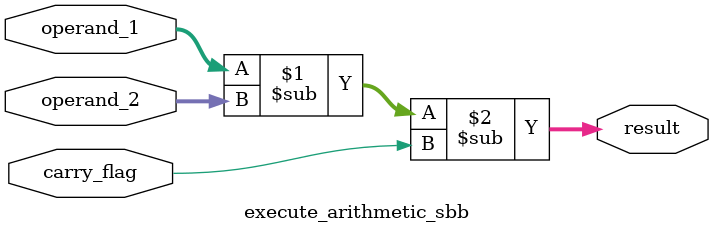
<source format=sv>
module execute_arithmetic_sbb #(
    // parameter
    BIT_WIDTH = 32
) (
    // ports
    input  logic [BIT_WIDTH-1:0] operand_1,
    input  logic [BIT_WIDTH-1:0] operand_2,
    input  logic                 carry_flag,
    output logic [BIT_WIDTH-1:0] result
);

assign result = operand_1 - operand_2 - carry_flag;

endmodule

</source>
